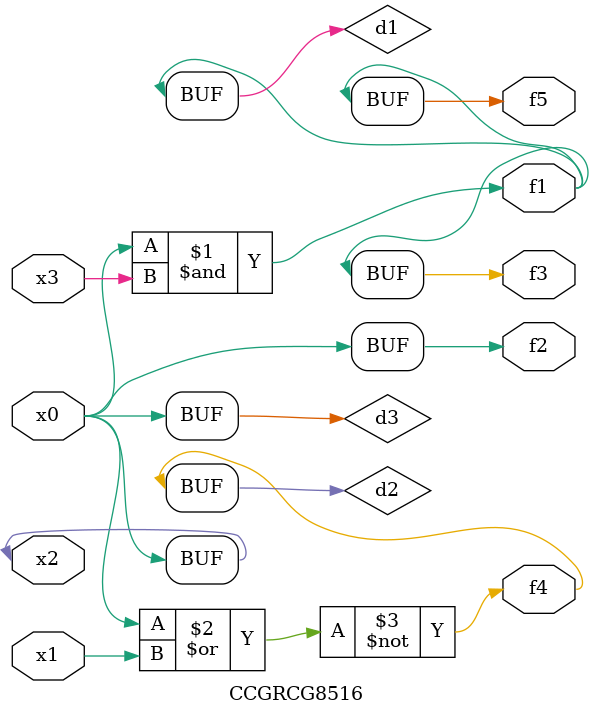
<source format=v>
module CCGRCG8516(
	input x0, x1, x2, x3,
	output f1, f2, f3, f4, f5
);

	wire d1, d2, d3;

	and (d1, x2, x3);
	nor (d2, x0, x1);
	buf (d3, x0, x2);
	assign f1 = d1;
	assign f2 = d3;
	assign f3 = d1;
	assign f4 = d2;
	assign f5 = d1;
endmodule

</source>
